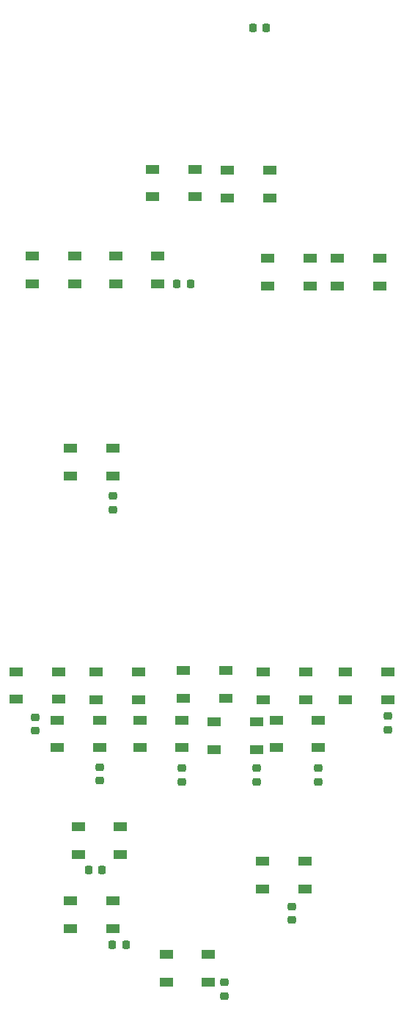
<source format=gbr>
%TF.GenerationSoftware,KiCad,Pcbnew,(6.0.9)*%
%TF.CreationDate,2022-12-07T11:41:57-09:00*%
%TF.ProjectId,APU Panel,41505520-5061-46e6-956c-2e6b69636164,rev?*%
%TF.SameCoordinates,Original*%
%TF.FileFunction,Paste,Top*%
%TF.FilePolarity,Positive*%
%FSLAX46Y46*%
G04 Gerber Fmt 4.6, Leading zero omitted, Abs format (unit mm)*
G04 Created by KiCad (PCBNEW (6.0.9)) date 2022-12-07 11:41:57*
%MOMM*%
%LPD*%
G01*
G04 APERTURE LIST*
G04 Aperture macros list*
%AMRoundRect*
0 Rectangle with rounded corners*
0 $1 Rounding radius*
0 $2 $3 $4 $5 $6 $7 $8 $9 X,Y pos of 4 corners*
0 Add a 4 corners polygon primitive as box body*
4,1,4,$2,$3,$4,$5,$6,$7,$8,$9,$2,$3,0*
0 Add four circle primitives for the rounded corners*
1,1,$1+$1,$2,$3*
1,1,$1+$1,$4,$5*
1,1,$1+$1,$6,$7*
1,1,$1+$1,$8,$9*
0 Add four rect primitives between the rounded corners*
20,1,$1+$1,$2,$3,$4,$5,0*
20,1,$1+$1,$4,$5,$6,$7,0*
20,1,$1+$1,$6,$7,$8,$9,0*
20,1,$1+$1,$8,$9,$2,$3,0*%
G04 Aperture macros list end*
%ADD10RoundRect,0.218750X-0.218750X-0.256250X0.218750X-0.256250X0.218750X0.256250X-0.218750X0.256250X0*%
%ADD11RoundRect,0.218750X0.256250X-0.218750X0.256250X0.218750X-0.256250X0.218750X-0.256250X-0.218750X0*%
%ADD12RoundRect,0.218750X0.218750X0.256250X-0.218750X0.256250X-0.218750X-0.256250X0.218750X-0.256250X0*%
%ADD13R,1.500000X1.000000*%
G04 APERTURE END LIST*
D10*
%TO.C,C5*%
X80837500Y-154050000D03*
X79262500Y-154050000D03*
%TD*%
D11*
%TO.C,C2*%
X94919800Y-166987220D03*
X94919800Y-168562220D03*
%TD*%
D12*
%TO.C,C13*%
X89484100Y-86418420D03*
X91059100Y-86418420D03*
%TD*%
D11*
%TO.C,C12*%
X82069940Y-110878620D03*
X82069940Y-112453620D03*
%TD*%
%TO.C,C11*%
X113845340Y-136255660D03*
X113845340Y-137830660D03*
%TD*%
%TO.C,C10*%
X73098660Y-136387840D03*
X73098660Y-137962840D03*
%TD*%
%TO.C,C9*%
X105826560Y-142295880D03*
X105826560Y-143870880D03*
%TD*%
%TO.C,C8*%
X98651060Y-142270380D03*
X98651060Y-143845380D03*
%TD*%
%TO.C,C7*%
X90070940Y-142290700D03*
X90070940Y-143865700D03*
%TD*%
%TO.C,C6*%
X80581500Y-142151000D03*
X80581500Y-143726000D03*
%TD*%
%TO.C,C4*%
X102715060Y-158244540D03*
X102715060Y-159819540D03*
%TD*%
D12*
%TO.C,C3*%
X82024220Y-162709860D03*
X83599220Y-162709860D03*
%TD*%
D10*
%TO.C,R1*%
X99789180Y-56875680D03*
X98214180Y-56875680D03*
%TD*%
D13*
%TO.C,D20*%
X77153600Y-105384800D03*
X77153600Y-108584800D03*
X82053600Y-105384800D03*
X82053600Y-108584800D03*
%TD*%
%TO.C,D6*%
X107977600Y-83413600D03*
X107977600Y-86613600D03*
X112877600Y-83413600D03*
X112877600Y-86613600D03*
%TD*%
%TO.C,D5*%
X99923600Y-83413600D03*
X99923600Y-86613600D03*
X104823600Y-83413600D03*
X104823600Y-86613600D03*
%TD*%
%TO.C,D11*%
X108954400Y-131191200D03*
X108954400Y-134391200D03*
X113854400Y-131191200D03*
X113854400Y-134391200D03*
%TD*%
%TO.C,D19*%
X88228000Y-163804800D03*
X88228000Y-167004800D03*
X93128000Y-163804800D03*
X93128000Y-167004800D03*
%TD*%
%TO.C,D18*%
X77142000Y-157581600D03*
X77142000Y-160781600D03*
X82042000Y-157581600D03*
X82042000Y-160781600D03*
%TD*%
%TO.C,D17*%
X99353200Y-153035200D03*
X99353200Y-156235200D03*
X104253200Y-153035200D03*
X104253200Y-156235200D03*
%TD*%
%TO.C,D16*%
X78068000Y-149072800D03*
X78068000Y-152272800D03*
X82968000Y-149072800D03*
X82968000Y-152272800D03*
%TD*%
%TO.C,D15*%
X100928000Y-136728400D03*
X100928000Y-139928400D03*
X105828000Y-136728400D03*
X105828000Y-139928400D03*
%TD*%
%TO.C,D14*%
X93765200Y-136931600D03*
X93765200Y-140131600D03*
X98665200Y-136931600D03*
X98665200Y-140131600D03*
%TD*%
%TO.C,D13*%
X85180000Y-136728400D03*
X85180000Y-139928400D03*
X90080000Y-136728400D03*
X90080000Y-139928400D03*
%TD*%
%TO.C,D12*%
X75680400Y-136728400D03*
X75680400Y-139928400D03*
X80580400Y-136728400D03*
X80580400Y-139928400D03*
%TD*%
%TO.C,D10*%
X99454800Y-131191200D03*
X99454800Y-134391200D03*
X104354800Y-131191200D03*
X104354800Y-134391200D03*
%TD*%
%TO.C,D9*%
X90209200Y-130988000D03*
X90209200Y-134188000D03*
X95109200Y-130988000D03*
X95109200Y-134188000D03*
%TD*%
%TO.C,D8*%
X80150800Y-131191200D03*
X80150800Y-134391200D03*
X85050800Y-131191200D03*
X85050800Y-134391200D03*
%TD*%
%TO.C,D7*%
X70905200Y-131140400D03*
X70905200Y-134340400D03*
X75805200Y-131140400D03*
X75805200Y-134340400D03*
%TD*%
%TO.C,D4*%
X82386000Y-83210400D03*
X82386000Y-86410400D03*
X87286000Y-83210400D03*
X87286000Y-86410400D03*
%TD*%
%TO.C,D3*%
X72745600Y-83159600D03*
X72745600Y-86359600D03*
X77645600Y-83159600D03*
X77645600Y-86359600D03*
%TD*%
%TO.C,D2*%
X95289200Y-73279200D03*
X95289200Y-76479200D03*
X100189200Y-73279200D03*
X100189200Y-76479200D03*
%TD*%
%TO.C,D1*%
X86692400Y-73152400D03*
X86692400Y-76352400D03*
X91592400Y-73152400D03*
X91592400Y-76352400D03*
%TD*%
M02*

</source>
